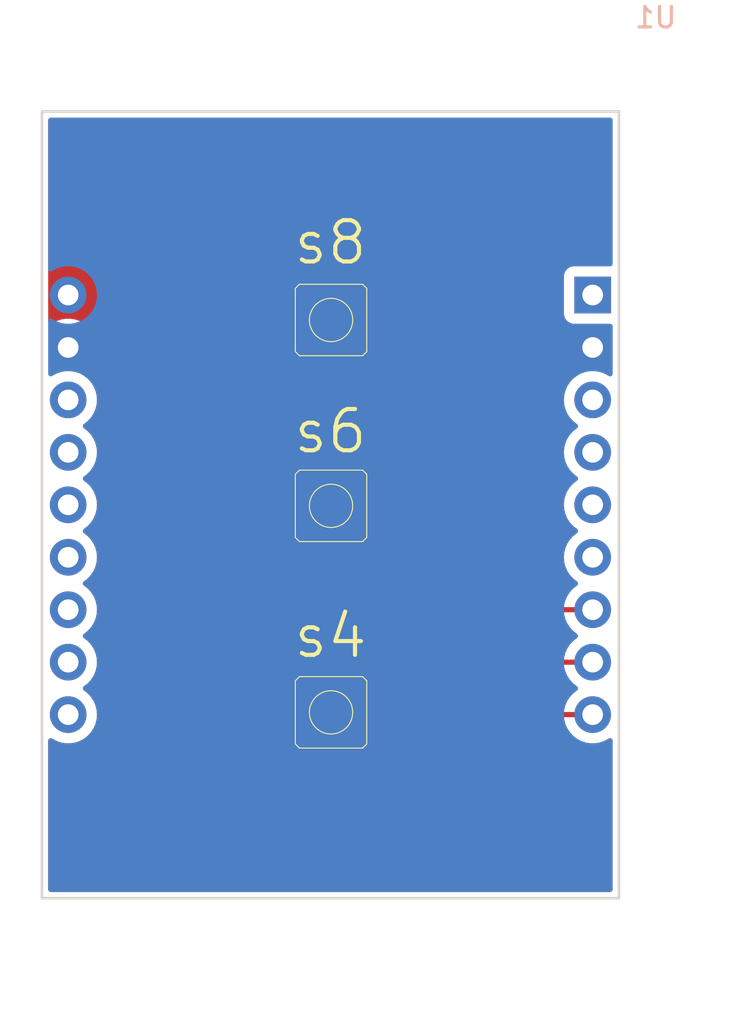
<source format=kicad_pcb>
(kicad_pcb (version 20221018) (generator pcbnew)
  (layers (0 "F.Cu" signal) (31 "B.Cu" signal) (34 "B.Paste" user) (35 "F.Paste" user) (36 "B.SilkS" user "B.Silkscreen") (37 "F.SilkS" user "F.Silkscreen") (38 "B.Mask" user) (39 "F.Mask" user) (44 "Edge.Cuts" user))
  (net 0 "")
  (net 1 "+5V")
  (net 2 "GND")
  (net 14 "+3V3")
  (net 15 "Net-(U1-GPIO6)")
  (net 20 "Net-(U1-GPIO5)")
  (net 23 "Net-(U1-GPIO4)")
  (footprint "Personal:TS-1177-C-B-B" (layer "F.Cu") (at 149.636 97.078)
    (fp_text reference "s6" (at -0.03 -3.606) (layer "F.SilkS") (effects (font (size 2 2) (thickness 0.2))))
    (fp_text value "BUTTON_4PIN_TS_1177" hide)
    (fp_line (start -1.73 -1.53) (end -1.53 -1.73) (stroke (width 0.05)) (layer "F.SilkS"))
    (fp_line (start -1.73 1.53) (end -1.73 -1.53) (stroke (width 0.05)) (layer "F.SilkS"))
    (fp_line (start -1.53 -1.73) (end 1.53 -1.73) (stroke (width 0.05)) (layer "F.SilkS"))
    (fp_line (start -1.53 1.73) (end -1.73 1.53) (stroke (width 0.05)) (layer "F.SilkS"))
    (fp_line (start 1.53 -1.73) (end 1.73 -1.53) (stroke (width 0.05)) (layer "F.SilkS"))
    (fp_line (start 1.53 1.73) (end -1.53 1.73) (stroke (width 0.05)) (layer "F.SilkS"))
    (fp_line (start 1.73 -1.53) (end 1.73 1.53) (stroke (width 0.05)) (layer "F.SilkS"))
    (fp_line (start 1.73 1.53) (end 1.53 1.73) (stroke (width 0.05)) (layer "F.SilkS"))
    (fp_circle (center 0 0) (end 1.047268 0) (stroke (width 0.05)) (fill none) (layer "F.SilkS"))
    (pad "P$5" smd roundrect (at 0 -1.95) (size 0.8 0.45) (layers "F.Cu" "F.Paste" "F.Mask"))
    (pad "P$6" smd roundrect (at 0 1.95) (size 0.8 0.45) (layers "F.Cu" "F.Paste" "F.Mask"))
    (pad "P1" smd roundrect (at -1.8 -1.1) (size 0.9 0.6) (layers "F.Cu" "F.Paste" "F.Mask") (roundrect_rratio 0.2116666667) (net 14 "+3V3"))
    (pad "P2" smd roundrect (at 1.8 -1.1) (size 0.9 0.6) (layers "F.Cu" "F.Paste" "F.Mask") (roundrect_rratio 0.2116666667))
    (pad "P3" smd roundrect (at -1.8 1.1) (size 0.9 0.6) (layers "F.Cu" "F.Paste" "F.Mask") (roundrect_rratio 0.2116666667))
    (pad "P4" smd roundrect (at 1.8 1.1) (size 0.9 0.6) (layers "F.Cu" "F.Paste" "F.Mask") (roundrect_rratio 0.2116666667) (net 20 "Net-(U1-GPIO5)"))
  )
  (footprint "Personal:TS-1177-C-B-B" (layer "F.Cu") (at 149.636 88.078)
    (fp_text reference "s8" (at -0.03 -3.75) (layer "F.SilkS") (effects (font (size 2 2) (thickness 0.2))))
    (fp_text value "BUTTON_4PIN_TS_1177" hide)
    (fp_line (start -1.73 -1.53) (end -1.53 -1.73) (stroke (width 0.05)) (layer "F.SilkS"))
    (fp_line (start -1.73 1.53) (end -1.73 -1.53) (stroke (width 0.05)) (layer "F.SilkS"))
    (fp_line (start -1.53 -1.73) (end 1.53 -1.73) (stroke (width 0.05)) (layer "F.SilkS"))
    (fp_line (start -1.53 1.73) (end -1.73 1.53) (stroke (width 0.05)) (layer "F.SilkS"))
    (fp_line (start 1.53 -1.73) (end 1.73 -1.53) (stroke (width 0.05)) (layer "F.SilkS"))
    (fp_line (start 1.53 1.73) (end -1.53 1.73) (stroke (width 0.05)) (layer "F.SilkS"))
    (fp_line (start 1.73 -1.53) (end 1.73 1.53) (stroke (width 0.05)) (layer "F.SilkS"))
    (fp_line (start 1.73 1.53) (end 1.53 1.73) (stroke (width 0.05)) (layer "F.SilkS"))
    (fp_circle (center 0 0) (end 1.047268 0) (stroke (width 0.05)) (fill none) (layer "F.SilkS"))
    (pad "P$5" smd roundrect (at 0 -1.95) (size 0.8 0.45) (layers "F.Cu" "F.Paste" "F.Mask"))
    (pad "P$6" smd roundrect (at 0 1.95) (size 0.8 0.45) (layers "F.Cu" "F.Paste" "F.Mask"))
    (pad "P1" smd roundrect (at -1.8 -1.1) (size 0.9 0.6) (layers "F.Cu" "F.Paste" "F.Mask") (roundrect_rratio 0.2116666667) (net 14 "+3V3"))
    (pad "P2" smd roundrect (at 1.8 -1.1) (size 0.9 0.6) (layers "F.Cu" "F.Paste" "F.Mask") (roundrect_rratio 0.2116666667))
    (pad "P3" smd roundrect (at -1.8 1.1) (size 0.9 0.6) (layers "F.Cu" "F.Paste" "F.Mask") (roundrect_rratio 0.2116666667))
    (pad "P4" smd roundrect (at 1.8 1.1) (size 0.9 0.6) (layers "F.Cu" "F.Paste" "F.Mask") (roundrect_rratio 0.2116666667) (net 23 "Net-(U1-GPIO4)"))
  )
  (footprint "Personal:TS-1177-C-B-B" (layer "F.Cu") (at 149.636 107.078)
    (fp_text reference "s4" (at -0.03 -3.7) (layer "F.SilkS") (effects (font (size 2 2) (thickness 0.2))))
    (fp_text value "BUTTON_4PIN_TS_1177" hide)
    (fp_line (start -1.73 -1.53) (end -1.53 -1.73) (stroke (width 0.05)) (layer "F.SilkS"))
    (fp_line (start -1.73 1.53) (end -1.73 -1.53) (stroke (width 0.05)) (layer "F.SilkS"))
    (fp_line (start -1.53 -1.73) (end 1.53 -1.73) (stroke (width 0.05)) (layer "F.SilkS"))
    (fp_line (start -1.53 1.73) (end -1.73 1.53) (stroke (width 0.05)) (layer "F.SilkS"))
    (fp_line (start 1.53 -1.73) (end 1.73 -1.53) (stroke (width 0.05)) (layer "F.SilkS"))
    (fp_line (start 1.53 1.73) (end -1.53 1.73) (stroke (width 0.05)) (layer "F.SilkS"))
    (fp_line (start 1.73 -1.53) (end 1.73 1.53) (stroke (width 0.05)) (layer "F.SilkS"))
    (fp_line (start 1.73 1.53) (end 1.53 1.73) (stroke (width 0.05)) (layer "F.SilkS"))
    (fp_circle (center 0 0) (end 1.047268 0) (stroke (width 0.05)) (fill none) (layer "F.SilkS"))
    (pad "P$5" smd roundrect (at 0 -1.95) (size 0.8 0.45) (layers "F.Cu" "F.Paste" "F.Mask"))
    (pad "P$6" smd roundrect (at 0 1.95) (size 0.8 0.45) (layers "F.Cu" "F.Paste" "F.Mask"))
    (pad "P1" smd roundrect (at -1.8 -1.1) (size 0.9 0.6) (layers "F.Cu" "F.Paste" "F.Mask") (roundrect_rratio 0.2116666667) (net 14 "+3V3"))
    (pad "P2" smd roundrect (at 1.8 -1.1) (size 0.9 0.6) (layers "F.Cu" "F.Paste" "F.Mask") (roundrect_rratio 0.2116666667))
    (pad "P3" smd roundrect (at -1.8 1.1) (size 0.9 0.6) (layers "F.Cu" "F.Paste" "F.Mask") (roundrect_rratio 0.2116666667))
    (pad "P4" smd roundrect (at 1.8 1.1) (size 0.9 0.6) (layers "F.Cu" "F.Paste" "F.Mask") (roundrect_rratio 0.2116666667) (net 15 "Net-(U1-GPIO6)"))
  )
  (footprint "Personal:ESP32-C3-DevKit" (layer "B.Cu") (at 149.606 86.868 180)
    (fp_text reference "U1" (at -15.748 13.438 unlocked) (layer "B.SilkS") (effects (justify mirror)))
    (fp_text value "~")
    (fp_rect (start -13.97 8.89) (end 13.97 -29.21) (stroke (width 0.12)) (fill none) (layer "B.SilkS"))
    (pad "1" thru_hole rect (at -12.7 0 180) (size 1.778 1.778) (drill 1) (layers "*.Cu" "*.Mask") (net 1 "+5V"))
    (pad "2" thru_hole circle (at -12.7 -2.54 180) (size 1.778 1.778) (drill 1) (layers "*.Cu" "*.Mask") (net 2 "GND"))
    (pad "3" thru_hole circle (at -12.7 -5.08 180) (size 1.778 1.778) (drill 1) (layers "*.Cu" "*.Mask"))
    (pad "4" thru_hole circle (at -12.7 -7.62 180) (size 1.778 1.778) (drill 1) (layers "*.Cu" "*.Mask"))
    (pad "5" thru_hole circle (at -12.7 -10.16 180) (size 1.778 1.778) (drill 1) (layers "*.Cu" "*.Mask"))
    (pad "6" thru_hole circle (at -12.7 -12.7 180) (size 1.778 1.778) (drill 1) (layers "*.Cu" "*.Mask"))
    (pad "7" thru_hole circle (at -12.7 -15.24 180) (size 1.778 1.778) (drill 1) (layers "*.Cu" "*.Mask") (net 23 "Net-(U1-GPIO4)"))
    (pad "8" thru_hole circle (at -12.7 -17.78 180) (size 1.778 1.778) (drill 1) (layers "*.Cu" "*.Mask") (net 20 "Net-(U1-GPIO5)"))
    (pad "9" thru_hole circle (at -12.7 -20.32 180) (size 1.778 1.778) (drill 1) (layers "*.Cu" "*.Mask") (net 15 "Net-(U1-GPIO6)"))
    (pad "10" thru_hole circle (at 12.7 -20.32 180) (size 1.778 1.778) (drill 1) (layers "*.Cu" "*.Mask"))
    (pad "11" thru_hole circle (at 12.7 -17.78 180) (size 1.778 1.778) (drill 1) (layers "*.Cu" "*.Mask"))
    (pad "12" thru_hole circle (at 12.7 -15.24 180) (size 1.778 1.778) (drill 1) (layers "*.Cu" "*.Mask"))
    (pad "13" thru_hole circle (at 12.7 -12.7 180) (size 1.778 1.778) (drill 1) (layers "*.Cu" "*.Mask"))
    (pad "14" thru_hole circle (at 12.7 -10.16 180) (size 1.778 1.778) (drill 1) (layers "*.Cu" "*.Mask"))
    (pad "15" thru_hole circle (at 12.7 -7.62 180) (size 1.778 1.778) (drill 1) (layers "*.Cu" "*.Mask"))
    (pad "16" thru_hole circle (at 12.7 -5.08 180) (size 1.778 1.778) (drill 1) (layers "*.Cu" "*.Mask"))
    (pad "17" thru_hole circle (at 12.7 -2.54 180) (size 1.778 1.778) (drill 1) (layers "*.Cu" "*.Mask") (net 2 "GND"))
    (pad "18" thru_hole circle (at 12.7 0 180) (size 1.778 1.778) (drill 1) (layers "*.Cu" "*.Mask") (net 14 "+3V3"))
  )
  (gr_rect (start 135.636 77.978) (end 163.576 116.078) (stroke (width 0.1)) (fill none) (layer "Edge.Cuts"))
  (segment (start 151.436 108.178) (end 152.426 107.188) (width 0.25) (layer "F.Cu") (net 15))
  (segment (start 152.426 107.188) (end 162.306 107.188) (width 0.25) (layer "F.Cu") (net 15))
  (segment (start 151.436 98.178) (end 157.906 104.648) (width 0.25) (layer "F.Cu") (net 20))
  (segment (start 157.906 104.648) (end 162.306 104.648) (width 0.25) (layer "F.Cu") (net 20))
  (segment (start 151.436 93.016) (end 151.436 89.178) (width 0.25) (layer "F.Cu") (net 23))
  (segment (start 162.306 102.108) (end 160.528 102.108) (width 0.25) (layer "F.Cu") (net 23))
  (segment (start 160.528 102.108) (end 151.436 93.016) (width 0.25) (layer "F.Cu") (net 23))
  (zone (net 14) (net_name "+3V3") (layer "F.Cu") (connect_pads yes (clearance 0.5)) (min_thickness 0.25) (fill yes (thermal_gap 0.5) (thermal_bridge_width 0.5))
    (polygon (pts (xy 134.874 76.962) (xy 134.874 117.602) (xy 165.1 117.602) (xy 164.846 77.47)))
  )
  (zone (net 2) (net_name "GND") (layer "B.Cu") (priority 1) (connect_pads yes (clearance 0.5)) (min_thickness 0.25) (fill yes (thermal_gap 0.5) (thermal_bridge_width 0.5))
    (polygon (pts (xy 134.112 75.946) (xy 133.604 122.174) (xy 169.926 118.618) (xy 166.37 76.454)))
  )
)
</source>
